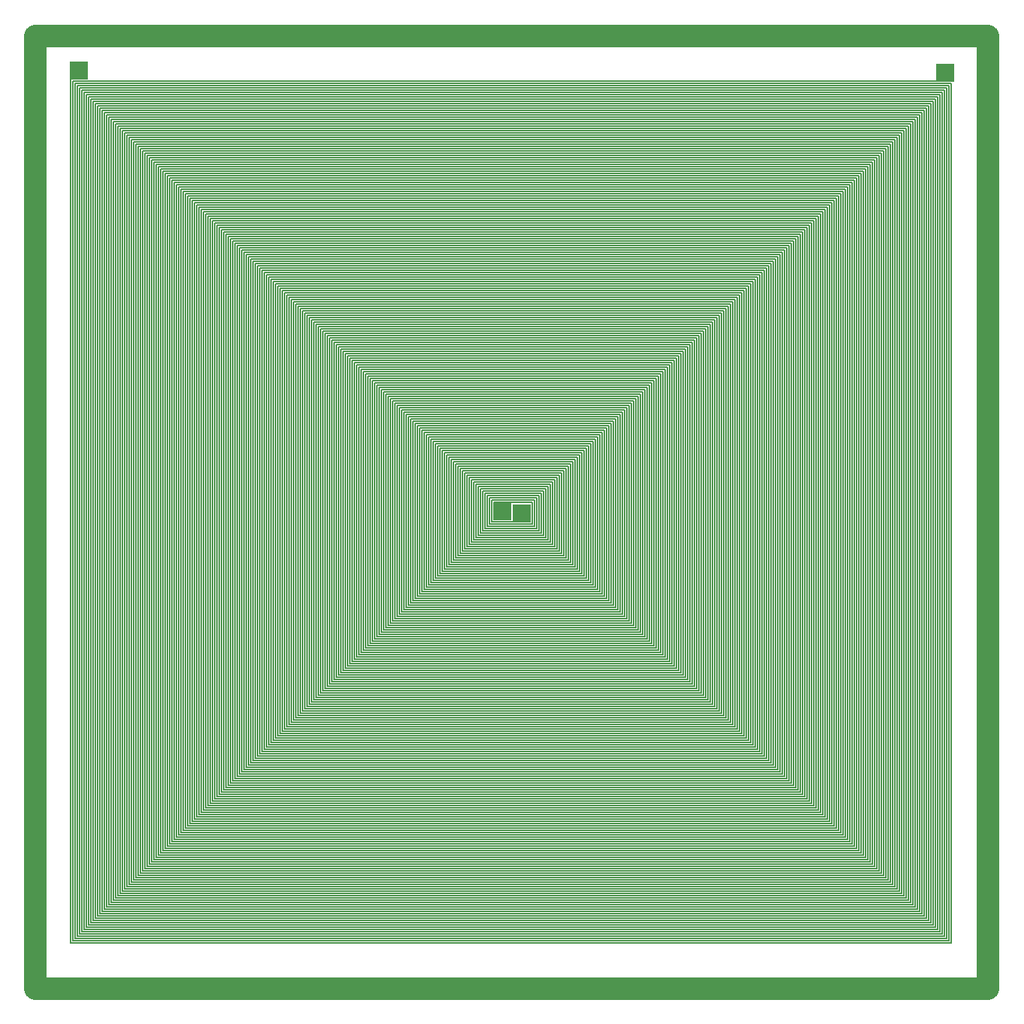
<source format=gbr>
G04 start of page 2 for group 0 idx 0 *
G04 Title: (unknown), component *
G04 Creator: pcb 1.99y *
G04 CreationDate: Mon Mar  9 18:38:29 2009 UTC *
G04 For: dj *
G04 Format: Gerber/RS-274X *
G04 PCB-Dimensions: 433000 433000 *
G04 PCB-Coordinate-Origin: lower left *
%MOIN*%
%FSLAX25Y25*%
%LNFRONT*%
%ADD11C,0.0050*%
%ADD12C,0.1000*%
%ADD13C,0.0200*%
%ADD14C,0.0300*%
G54D11*X205500Y210250D02*Y223750D01*
X204500Y209250D02*Y224750D01*
X203500Y208250D02*Y225750D01*
X202500Y207250D02*Y226750D01*
X201500Y206250D02*Y227750D01*
X200500Y205250D02*Y228750D01*
X199500Y204250D02*Y229750D01*
X198500Y203250D02*Y230750D01*
X197500Y202250D02*Y231750D01*
X196500Y201250D02*Y232750D01*
X195500Y200250D02*Y233750D01*
X194500Y199250D02*Y234750D01*
X193500Y198250D02*Y235750D01*
X192500Y197250D02*Y236750D01*
X191500Y196250D02*Y237750D01*
X190500Y195250D02*Y238750D01*
X189500Y194250D02*Y239750D01*
X188500Y193250D02*Y240750D01*
X187500Y192250D02*Y241750D01*
X186500Y191250D02*Y242750D01*
X185500Y190250D02*Y243750D01*
X206500Y222750D02*X227500D01*
X205500Y223750D02*X228500D01*
X204500Y224750D02*X229500D01*
X203500Y225750D02*X230500D01*
X202500Y226750D02*X231500D01*
X201500Y227750D02*X232500D01*
X200500Y228750D02*X233500D01*
X199500Y229750D02*X234500D01*
X198500Y230750D02*X235500D01*
X197500Y231750D02*X236500D01*
X196500Y232750D02*X237500D01*
X195500Y233750D02*X238500D01*
X194500Y234750D02*X239500D01*
X193500Y235750D02*X240500D01*
X192500Y236750D02*X241500D01*
X191500Y237750D02*X242500D01*
X190500Y238750D02*X243500D01*
X189500Y239750D02*X244500D01*
X188500Y240750D02*X245500D01*
X187500Y241750D02*X246500D01*
X186500Y242750D02*X247500D01*
X185500Y243750D02*X248500D01*
X184500Y244750D02*X249500D01*
X183500Y245750D02*X250500D01*
X182500Y246750D02*X251500D01*
X181500Y247750D02*X252500D01*
X180500Y248750D02*X253500D01*
X120500Y308750D02*X313500D01*
X119500Y309750D02*X314500D01*
X118500Y310750D02*X315500D01*
X117500Y311750D02*X316500D01*
X116500Y312750D02*X317500D01*
X115500Y313750D02*X318500D01*
X114500Y314750D02*X319500D01*
X113500Y315750D02*X320500D01*
X112500Y316750D02*X321500D01*
X111500Y317750D02*X322500D01*
X110500Y318750D02*X323500D01*
X109500Y319750D02*X324500D01*
X108500Y320750D02*X325500D01*
X107500Y321750D02*X326500D01*
X106500Y322750D02*X327500D01*
X105500Y323750D02*X328500D01*
X104500Y324750D02*X329500D01*
X103500Y325750D02*X330500D01*
X102500Y326750D02*X331500D01*
X101500Y327750D02*X332500D01*
X100500Y328750D02*X333500D01*
X99500Y329750D02*X334500D01*
X98500Y330750D02*X335500D01*
X97500Y331750D02*X336500D01*
X96500Y332750D02*X337500D01*
X95500Y333750D02*X338500D01*
X94500Y334750D02*X339500D01*
X93500Y335750D02*X340500D01*
X92500Y336750D02*X341500D01*
X91500Y337750D02*X342500D01*
X90500Y338750D02*X343500D01*
X89500Y339750D02*X344500D01*
X88500Y340750D02*X345500D01*
X87500Y341750D02*X346500D01*
X86500Y342750D02*X347500D01*
X85500Y343750D02*X348500D01*
X84500Y344750D02*X349500D01*
X83500Y345750D02*X350500D01*
X82500Y346750D02*X351500D01*
X81500Y347750D02*X352500D01*
X80500Y348750D02*X353500D01*
X79500Y349750D02*X354500D01*
X78500Y350750D02*X355500D01*
X77500Y351750D02*X356500D01*
X76500Y352750D02*X357500D01*
X75500Y353750D02*X358500D01*
X74500Y354750D02*X359500D01*
X73500Y355750D02*X360500D01*
X72500Y356750D02*X361500D01*
X71500Y357750D02*X362500D01*
X70500Y358750D02*X363500D01*
X69500Y359750D02*X364500D01*
X68500Y360750D02*X365500D01*
X67500Y361750D02*X366500D01*
X66500Y362750D02*X367500D01*
X65500Y363750D02*X368500D01*
X64500Y364750D02*X369500D01*
X63500Y365750D02*X370500D01*
X62500Y366750D02*X371500D01*
X61500Y367750D02*X372500D01*
X60500Y368750D02*X373500D01*
X59500Y369750D02*X374500D01*
X58500Y370750D02*X375500D01*
X57500Y371750D02*X376500D01*
X56500Y372750D02*X377500D01*
X55500Y373750D02*X378500D01*
X54500Y374750D02*X379500D01*
X53500Y375750D02*X380500D01*
X52500Y376750D02*X381500D01*
X51500Y377750D02*X382500D01*
X50500Y378750D02*X383500D01*
X49500Y379750D02*X384500D01*
X48500Y380750D02*X385500D01*
X47500Y381750D02*X386500D01*
X46500Y382750D02*X387500D01*
X45500Y383750D02*X388500D01*
X44500Y384750D02*X389500D01*
X43500Y385750D02*X390500D01*
X42500Y386750D02*X391500D01*
X41500Y387750D02*X392500D01*
X40500Y388750D02*X393500D01*
X39500Y389750D02*X394500D01*
X38500Y390750D02*X395500D01*
X37500Y391750D02*X396500D01*
X36500Y392750D02*X397500D01*
X35500Y393750D02*X398500D01*
X34500Y394750D02*X399500D01*
X33500Y395750D02*X400500D01*
X32500Y396750D02*X401500D01*
X31500Y397750D02*X402500D01*
X30500Y398750D02*X403500D01*
X29500Y399750D02*X404500D01*
X28500Y400750D02*X405500D01*
X27500Y401750D02*X406500D01*
X26500Y402750D02*X407500D01*
X25500Y403750D02*X408500D01*
X24500Y404750D02*X409500D01*
X23500Y405750D02*X410500D01*
X22500Y406750D02*X411500D01*
X21500Y407750D02*X412500D01*
G54D12*X5000Y428000D02*X428000D01*
G54D11*X205500Y210250D02*X226500D01*
X204500Y209250D02*X227500D01*
X203500Y208250D02*X228500D01*
X226500Y210250D02*Y221750D01*
X227500Y209250D02*Y222750D01*
X228500Y208250D02*Y223750D01*
X229500Y207250D02*Y224750D01*
X230500Y206250D02*Y225750D01*
X231500Y205250D02*Y226750D01*
X202500Y207250D02*X229500D01*
X201500Y206250D02*X230500D01*
X200500Y205250D02*X231500D01*
X199500Y204250D02*X232500D01*
X207500Y212250D02*Y221750D01*
X208500Y220750D02*X225500D01*
X206500Y211250D02*Y222750D01*
X207500Y221750D02*X226500D01*
X207500Y212250D02*X224500D01*
Y219750D01*
X206500Y211250D02*X225500D01*
Y220750D01*
X232500Y204250D02*Y227750D01*
X198500Y203250D02*X233500D01*
X250500Y186250D02*Y245750D01*
X251500Y185250D02*Y246750D01*
X252500Y184250D02*Y247750D01*
X253500Y183250D02*Y248750D01*
X254500Y182250D02*Y249750D01*
X255500Y181250D02*Y250750D01*
X256500Y180250D02*Y251750D01*
X257500Y179250D02*Y252750D01*
X258500Y178250D02*Y253750D01*
X259500Y177250D02*Y254750D01*
X260500Y176250D02*Y255750D01*
X261500Y175250D02*Y256750D01*
X262500Y174250D02*Y257750D01*
X263500Y173250D02*Y258750D01*
X264500Y172250D02*Y259750D01*
X265500Y171250D02*Y260750D01*
X266500Y170250D02*Y261750D01*
X267500Y169250D02*Y262750D01*
X268500Y168250D02*Y263750D01*
X269500Y167250D02*Y264750D01*
X270500Y166250D02*Y265750D01*
X271500Y165250D02*Y266750D01*
X272500Y164250D02*Y267750D01*
X273500Y163250D02*Y268750D01*
X274500Y162250D02*Y269750D01*
X275500Y161250D02*Y270750D01*
X276500Y160250D02*Y271750D01*
X277500Y159250D02*Y272750D01*
X278500Y158250D02*Y273750D01*
X279500Y157250D02*Y274750D01*
X280500Y156250D02*Y275750D01*
X281500Y155250D02*Y276750D01*
X282500Y154250D02*Y277750D01*
X283500Y153250D02*Y278750D01*
X284500Y152250D02*Y279750D01*
X285500Y151250D02*Y280750D01*
X286500Y150250D02*Y281750D01*
X287500Y149250D02*Y282750D01*
X233500Y203250D02*Y228750D01*
X234500Y202250D02*Y229750D01*
X235500Y201250D02*Y230750D01*
X236500Y200250D02*Y231750D01*
X237500Y199250D02*Y232750D01*
X238500Y198250D02*Y233750D01*
X239500Y197250D02*Y234750D01*
X240500Y196250D02*Y235750D01*
X241500Y195250D02*Y236750D01*
X242500Y194250D02*Y237750D01*
X243500Y193250D02*Y238750D01*
X244500Y192250D02*Y239750D01*
X245500Y191250D02*Y240750D01*
X246500Y190250D02*Y241750D01*
X247500Y189250D02*Y242750D01*
X248500Y188250D02*Y243750D01*
X249500Y187250D02*Y244750D01*
X197500Y202250D02*X234500D01*
X196500Y201250D02*X235500D01*
X195500Y200250D02*X236500D01*
X194500Y199250D02*X237500D01*
X193500Y198250D02*X238500D01*
X192500Y197250D02*X239500D01*
X191500Y196250D02*X240500D01*
X190500Y195250D02*X241500D01*
X189500Y194250D02*X242500D01*
X188500Y193250D02*X243500D01*
X187500Y192250D02*X244500D01*
X186500Y191250D02*X245500D01*
X185500Y190250D02*X246500D01*
X184500Y189250D02*X247500D01*
X183500Y188250D02*X248500D01*
X182500Y187250D02*X249500D01*
X181500Y186250D02*X250500D01*
X180500Y185250D02*X251500D01*
X179500Y184250D02*X252500D01*
X178500Y183250D02*X253500D01*
X177500Y182250D02*X254500D01*
X176500Y181250D02*X255500D01*
X175500Y180250D02*X256500D01*
X174500Y179250D02*X257500D01*
X173500Y178250D02*X258500D01*
X172500Y177250D02*X259500D01*
X171500Y176250D02*X260500D01*
X170500Y175250D02*X261500D01*
X169500Y174250D02*X262500D01*
X168500Y173250D02*X263500D01*
X167500Y172250D02*X264500D01*
X166500Y171250D02*X265500D01*
X165500Y170250D02*X266500D01*
X164500Y169250D02*X267500D01*
X163500Y168250D02*X268500D01*
X162500Y167250D02*X269500D01*
X161500Y166250D02*X270500D01*
X160500Y165250D02*X271500D01*
X159500Y164250D02*X272500D01*
X158500Y163250D02*X273500D01*
X157500Y162250D02*X274500D01*
X156500Y161250D02*X275500D01*
X155500Y160250D02*X276500D01*
X154500Y159250D02*X277500D01*
X153500Y158250D02*X278500D01*
X152500Y157250D02*X279500D01*
X151500Y156250D02*X280500D01*
X150500Y155250D02*X281500D01*
X149500Y154250D02*X282500D01*
X148500Y153250D02*X283500D01*
X147500Y152250D02*X284500D01*
X146500Y151250D02*X285500D01*
X145500Y150250D02*X286500D01*
X144500Y149250D02*X287500D01*
X143500Y148250D02*X288500D01*
X179500Y249750D02*X254500D01*
X178500Y250750D02*X255500D01*
X177500Y251750D02*X256500D01*
X176500Y252750D02*X257500D01*
X175500Y253750D02*X258500D01*
X174500Y254750D02*X259500D01*
X173500Y255750D02*X260500D01*
X172500Y256750D02*X261500D01*
X171500Y257750D02*X262500D01*
X170500Y258750D02*X263500D01*
X169500Y259750D02*X264500D01*
X168500Y260750D02*X265500D01*
X167500Y261750D02*X266500D01*
X166500Y262750D02*X267500D01*
X165500Y263750D02*X268500D01*
X164500Y264750D02*X269500D01*
X163500Y265750D02*X270500D01*
X162500Y266750D02*X271500D01*
X161500Y267750D02*X272500D01*
X160500Y268750D02*X273500D01*
X159500Y269750D02*X274500D01*
X158500Y270750D02*X275500D01*
X157500Y271750D02*X276500D01*
X156500Y272750D02*X277500D01*
X155500Y273750D02*X278500D01*
X154500Y274750D02*X279500D01*
X153500Y275750D02*X280500D01*
X152500Y276750D02*X281500D01*
X151500Y277750D02*X282500D01*
X150500Y278750D02*X283500D01*
X149500Y279750D02*X284500D01*
X148500Y280750D02*X285500D01*
X147500Y281750D02*X286500D01*
X146500Y282750D02*X287500D01*
X145500Y283750D02*X288500D01*
X144500Y284750D02*X289500D01*
X143500Y285750D02*X290500D01*
X142500Y286750D02*X291500D01*
X141500Y287750D02*X292500D01*
X140500Y288750D02*X293500D01*
X139500Y289750D02*X294500D01*
X138500Y290750D02*X295500D01*
X137500Y291750D02*X296500D01*
X136500Y292750D02*X297500D01*
X135500Y293750D02*X298500D01*
X134500Y294750D02*X299500D01*
X133500Y295750D02*X300500D01*
X132500Y296750D02*X301500D01*
X131500Y297750D02*X302500D01*
X130500Y298750D02*X303500D01*
X129500Y299750D02*X304500D01*
X128500Y300750D02*X305500D01*
X127500Y301750D02*X306500D01*
X126500Y302750D02*X307500D01*
X125500Y303750D02*X308500D01*
X124500Y304750D02*X309500D01*
X123500Y305750D02*X310500D01*
X122500Y306750D02*X311500D01*
X121500Y307750D02*X312500D01*
X184500Y189250D02*Y244750D01*
X183500Y188250D02*Y245750D01*
X182500Y187250D02*Y246750D01*
X181500Y186250D02*Y247750D01*
X180500Y185250D02*Y248750D01*
X179500Y184250D02*Y249750D01*
X178500Y183250D02*Y250750D01*
X177500Y182250D02*Y251750D01*
X176500Y181250D02*Y252750D01*
X175500Y180250D02*Y253750D01*
X174500Y179250D02*Y254750D01*
X173500Y178250D02*Y255750D01*
X172500Y177250D02*Y256750D01*
X171500Y176250D02*Y257750D01*
X170500Y175250D02*Y258750D01*
X169500Y174250D02*Y259750D01*
X168500Y173250D02*Y260750D01*
X167500Y172250D02*Y261750D01*
X166500Y171250D02*Y262750D01*
X165500Y170250D02*Y263750D01*
X164500Y169250D02*Y264750D01*
X163500Y168250D02*Y265750D01*
X162500Y167250D02*Y266750D01*
X161500Y166250D02*Y267750D01*
X160500Y165250D02*Y268750D01*
X159500Y164250D02*Y269750D01*
X158500Y163250D02*Y270750D01*
X157500Y162250D02*Y271750D01*
X156500Y161250D02*Y272750D01*
X155500Y160250D02*Y273750D01*
X154500Y159250D02*Y274750D01*
X153500Y158250D02*Y275750D01*
X152500Y157250D02*Y276750D01*
X151500Y156250D02*Y277750D01*
X150500Y155250D02*Y278750D01*
X149500Y154250D02*Y279750D01*
X148500Y153250D02*Y280750D01*
X147500Y152250D02*Y281750D01*
X146500Y151250D02*Y282750D01*
X145500Y150250D02*Y283750D01*
X144500Y149250D02*Y284750D01*
X143500Y148250D02*Y285750D01*
X142500Y147250D02*Y286750D01*
X141500Y146250D02*Y287750D01*
X140500Y145250D02*Y288750D01*
X139500Y144250D02*Y289750D01*
X138500Y143250D02*Y290750D01*
X137500Y142250D02*Y291750D01*
X136500Y141250D02*Y292750D01*
X135500Y140250D02*Y293750D01*
X134500Y139250D02*Y294750D01*
X133500Y138250D02*Y295750D01*
X132500Y137250D02*Y296750D01*
X131500Y136250D02*Y297750D01*
X130500Y135250D02*Y298750D01*
X129500Y134250D02*Y299750D01*
X128500Y133250D02*Y300750D01*
X127500Y132250D02*Y301750D01*
X126500Y131250D02*Y302750D01*
X125500Y130250D02*Y303750D01*
X124500Y129250D02*Y304750D01*
X123500Y128250D02*Y305750D01*
X122500Y127250D02*Y306750D01*
X121500Y126250D02*Y307750D01*
X120500Y125250D02*Y308750D01*
X119500Y124250D02*Y309750D01*
X118500Y123250D02*Y310750D01*
X117500Y122250D02*Y311750D01*
X116500Y121250D02*Y312750D01*
X115500Y120250D02*Y313750D01*
X114500Y119250D02*Y314750D01*
X113500Y118250D02*Y315750D01*
X112500Y117250D02*Y316750D01*
X111500Y116250D02*Y317750D01*
X110500Y115250D02*Y318750D01*
X109500Y114250D02*Y319750D01*
X108500Y113250D02*Y320750D01*
X107500Y112250D02*Y321750D01*
X106500Y111250D02*Y322750D01*
X105500Y110250D02*Y323750D01*
X104500Y109250D02*Y324750D01*
X103500Y108250D02*Y325750D01*
X102500Y107250D02*Y326750D01*
X101500Y106250D02*Y327750D01*
X100500Y105250D02*Y328750D01*
X99500Y104250D02*Y329750D01*
X98500Y103250D02*Y330750D01*
X97500Y102250D02*Y331750D01*
X96500Y101250D02*Y332750D01*
X95500Y100250D02*Y333750D01*
X94500Y99250D02*Y334750D01*
X93500Y98250D02*Y335750D01*
X92500Y97250D02*Y336750D01*
X91500Y96250D02*Y337750D01*
X90500Y95250D02*Y338750D01*
X89500Y94250D02*Y339750D01*
X88500Y93250D02*Y340750D01*
X87500Y92250D02*Y341750D01*
X86500Y91250D02*Y342750D01*
X85500Y90250D02*Y343750D01*
X84500Y89250D02*Y344750D01*
X83500Y88250D02*Y345750D01*
X82500Y87250D02*Y346750D01*
X81500Y86250D02*Y347750D01*
X80500Y85250D02*Y348750D01*
X79500Y84250D02*Y349750D01*
X78500Y83250D02*Y350750D01*
X77500Y82250D02*Y351750D01*
X76500Y81250D02*Y352750D01*
X75500Y80250D02*Y353750D01*
X74500Y79250D02*Y354750D01*
X73500Y78250D02*Y355750D01*
X72500Y77250D02*Y356750D01*
X71500Y76250D02*Y357750D01*
X70500Y75250D02*Y358750D01*
X69500Y74250D02*Y359750D01*
X68500Y73250D02*Y360750D01*
X67500Y72250D02*Y361750D01*
X66500Y71250D02*Y362750D01*
X65500Y70250D02*Y363750D01*
X64500Y69250D02*Y364750D01*
X63500Y68250D02*Y365750D01*
X62500Y67250D02*Y366750D01*
X61500Y66250D02*Y367750D01*
X60500Y65250D02*Y368750D01*
X59500Y64250D02*Y369750D01*
X58500Y63250D02*Y370750D01*
X57500Y62250D02*Y371750D01*
X56500Y61250D02*Y372750D01*
X55500Y60250D02*Y373750D01*
X54500Y59250D02*Y374750D01*
X53500Y58250D02*Y375750D01*
X52500Y57250D02*Y376750D01*
X51500Y56250D02*Y377750D01*
X50500Y55250D02*Y378750D01*
X49500Y54250D02*Y379750D01*
X48500Y53250D02*Y380750D01*
X47500Y52250D02*Y381750D01*
X46500Y51250D02*Y382750D01*
X45500Y50250D02*Y383750D01*
X44500Y49250D02*Y384750D01*
X43500Y48250D02*Y385750D01*
X42500Y47250D02*Y386750D01*
X41500Y46250D02*Y387750D01*
X40500Y45250D02*Y388750D01*
X39500Y44250D02*Y389750D01*
X38500Y43250D02*Y390750D01*
X37500Y42250D02*Y391750D01*
X36500Y41250D02*Y392750D01*
X35500Y40250D02*Y393750D01*
X34500Y39250D02*Y394750D01*
X33500Y38250D02*Y395750D01*
X32500Y37250D02*Y396750D01*
X31500Y36250D02*Y397750D01*
X30500Y35250D02*Y398750D01*
X29500Y34250D02*Y399750D01*
X28500Y33250D02*Y400750D01*
X27500Y32250D02*Y401750D01*
X26500Y31250D02*Y402750D01*
X25500Y30250D02*Y403750D01*
X24500Y29250D02*Y404750D01*
X23500Y28250D02*Y405750D01*
X22500Y27250D02*Y406750D01*
X21500Y26250D02*Y407750D01*
X20500Y25250D02*Y408750D01*
G54D12*X5000Y5000D02*Y428000D01*
G54D11*X142500Y147250D02*X289500D01*
X141500Y146250D02*X290500D01*
X140500Y145250D02*X291500D01*
X139500Y144250D02*X292500D01*
X138500Y143250D02*X293500D01*
X137500Y142250D02*X294500D01*
X136500Y141250D02*X295500D01*
X135500Y140250D02*X296500D01*
X134500Y139250D02*X297500D01*
X133500Y138250D02*X298500D01*
X132500Y137250D02*X299500D01*
X131500Y136250D02*X300500D01*
X130500Y135250D02*X301500D01*
X129500Y134250D02*X302500D01*
X128500Y133250D02*X303500D01*
X127500Y132250D02*X304500D01*
X126500Y131250D02*X305500D01*
X125500Y130250D02*X306500D01*
X124500Y129250D02*X307500D01*
X123500Y128250D02*X308500D01*
X122500Y127250D02*X309500D01*
X121500Y126250D02*X310500D01*
X120500Y125250D02*X311500D01*
X119500Y124250D02*X312500D01*
X118500Y123250D02*X313500D01*
X117500Y122250D02*X314500D01*
X116500Y121250D02*X315500D01*
X115500Y120250D02*X316500D01*
X114500Y119250D02*X317500D01*
X113500Y118250D02*X318500D01*
X112500Y117250D02*X319500D01*
X111500Y116250D02*X320500D01*
X110500Y115250D02*X321500D01*
X109500Y114250D02*X322500D01*
X108500Y113250D02*X323500D01*
X107500Y112250D02*X324500D01*
X106500Y111250D02*X325500D01*
X105500Y110250D02*X326500D01*
X104500Y109250D02*X327500D01*
X103500Y108250D02*X328500D01*
X102500Y107250D02*X329500D01*
X101500Y106250D02*X330500D01*
X100500Y105250D02*X331500D01*
X99500Y104250D02*X332500D01*
X98500Y103250D02*X333500D01*
X97500Y102250D02*X334500D01*
X96500Y101250D02*X335500D01*
X95500Y100250D02*X336500D01*
X94500Y99250D02*X337500D01*
X93500Y98250D02*X338500D01*
X92500Y97250D02*X339500D01*
X91500Y96250D02*X340500D01*
X90500Y95250D02*X341500D01*
X89500Y94250D02*X342500D01*
X88500Y93250D02*X343500D01*
X87500Y92250D02*X344500D01*
X86500Y91250D02*X345500D01*
X85500Y90250D02*X346500D01*
X84500Y89250D02*X347500D01*
X83500Y88250D02*X348500D01*
X82500Y87250D02*X349500D01*
X81500Y86250D02*X350500D01*
X80500Y85250D02*X351500D01*
X79500Y84250D02*X352500D01*
X78500Y83250D02*X353500D01*
X77500Y82250D02*X354500D01*
X76500Y81250D02*X355500D01*
X75500Y80250D02*X356500D01*
X74500Y79250D02*X357500D01*
X73500Y78250D02*X358500D01*
X72500Y77250D02*X359500D01*
X71500Y76250D02*X360500D01*
X70500Y75250D02*X361500D01*
X69500Y74250D02*X362500D01*
X68500Y73250D02*X363500D01*
X67500Y72250D02*X364500D01*
X66500Y71250D02*X365500D01*
X65500Y70250D02*X366500D01*
X64500Y69250D02*X367500D01*
X63500Y68250D02*X368500D01*
X62500Y67250D02*X369500D01*
X61500Y66250D02*X370500D01*
X60500Y65250D02*X371500D01*
X59500Y64250D02*X372500D01*
X58500Y63250D02*X373500D01*
X57500Y62250D02*X374500D01*
X56500Y61250D02*X375500D01*
X55500Y60250D02*X376500D01*
X54500Y59250D02*X377500D01*
X53500Y58250D02*X378500D01*
X52500Y57250D02*X379500D01*
X51500Y56250D02*X380500D01*
X50500Y55250D02*X381500D01*
X49500Y54250D02*X382500D01*
X48500Y53250D02*X383500D01*
X47500Y52250D02*X384500D01*
X46500Y51250D02*X385500D01*
X45500Y50250D02*X386500D01*
X44500Y49250D02*X387500D01*
X43500Y48250D02*X388500D01*
X42500Y47250D02*X389500D01*
X41500Y46250D02*X390500D01*
X40500Y45250D02*X391500D01*
X39500Y44250D02*X392500D01*
X38500Y43250D02*X393500D01*
X37500Y42250D02*X394500D01*
X36500Y41250D02*X395500D01*
X35500Y40250D02*X396500D01*
X34500Y39250D02*X397500D01*
X33500Y38250D02*X398500D01*
X32500Y37250D02*X399500D01*
X31500Y36250D02*X400500D01*
X30500Y35250D02*X401500D01*
X29500Y34250D02*X402500D01*
X28500Y33250D02*X403500D01*
X27500Y32250D02*X404500D01*
X26500Y31250D02*X405500D01*
X25500Y30250D02*X406500D01*
X24500Y29250D02*X407500D01*
X23500Y28250D02*X408500D01*
X22500Y27250D02*X409500D01*
X21500Y26250D02*X410500D01*
X20500Y25250D02*X411500D01*
G54D12*X5000Y5000D02*X428000D01*
G54D11*X288500Y148250D02*Y283750D01*
X289500Y147250D02*Y284750D01*
X290500Y146250D02*Y285750D01*
X291500Y145250D02*Y286750D01*
X292500Y144250D02*Y287750D01*
X293500Y143250D02*Y288750D01*
X294500Y142250D02*Y289750D01*
X295500Y141250D02*Y290750D01*
X296500Y140250D02*Y291750D01*
X297500Y139250D02*Y292750D01*
X298500Y138250D02*Y293750D01*
X299500Y137250D02*Y294750D01*
X300500Y136250D02*Y295750D01*
X301500Y135250D02*Y296750D01*
X302500Y134250D02*Y297750D01*
X303500Y133250D02*Y298750D01*
X304500Y132250D02*Y299750D01*
X305500Y131250D02*Y300750D01*
X306500Y130250D02*Y301750D01*
X307500Y129250D02*Y302750D01*
X308500Y128250D02*Y303750D01*
X309500Y127250D02*Y304750D01*
X310500Y126250D02*Y305750D01*
X311500Y125250D02*Y306750D01*
X312500Y124250D02*Y307750D01*
X313500Y123250D02*Y308750D01*
X314500Y122250D02*Y309750D01*
X315500Y121250D02*Y310750D01*
X316500Y120250D02*Y311750D01*
X317500Y119250D02*Y312750D01*
X318500Y118250D02*Y313750D01*
X319500Y117250D02*Y314750D01*
X320500Y116250D02*Y315750D01*
X321500Y115250D02*Y316750D01*
X322500Y114250D02*Y317750D01*
X323500Y113250D02*Y318750D01*
X324500Y112250D02*Y319750D01*
X325500Y111250D02*Y320750D01*
X326500Y110250D02*Y321750D01*
X327500Y109250D02*Y322750D01*
X328500Y108250D02*Y323750D01*
X329500Y107250D02*Y324750D01*
X330500Y106250D02*Y325750D01*
X331500Y105250D02*Y326750D01*
X332500Y104250D02*Y327750D01*
X333500Y103250D02*Y328750D01*
X334500Y102250D02*Y329750D01*
X335500Y101250D02*Y330750D01*
X336500Y100250D02*Y331750D01*
X337500Y99250D02*Y332750D01*
X338500Y98250D02*Y333750D01*
X339500Y97250D02*Y334750D01*
X340500Y96250D02*Y335750D01*
X341500Y95250D02*Y336750D01*
X342500Y94250D02*Y337750D01*
X343500Y93250D02*Y338750D01*
X344500Y92250D02*Y339750D01*
X345500Y91250D02*Y340750D01*
X346500Y90250D02*Y341750D01*
X347500Y89250D02*Y342750D01*
X348500Y88250D02*Y343750D01*
X349500Y87250D02*Y344750D01*
X350500Y86250D02*Y345750D01*
X351500Y85250D02*Y346750D01*
X352500Y84250D02*Y347750D01*
X353500Y83250D02*Y348750D01*
X354500Y82250D02*Y349750D01*
X355500Y81250D02*Y350750D01*
X356500Y80250D02*Y351750D01*
X357500Y79250D02*Y352750D01*
X358500Y78250D02*Y353750D01*
X359500Y77250D02*Y354750D01*
X360500Y76250D02*Y355750D01*
X361500Y75250D02*Y356750D01*
X362500Y74250D02*Y357750D01*
X363500Y73250D02*Y358750D01*
X364500Y72250D02*Y359750D01*
X365500Y71250D02*Y360750D01*
X366500Y70250D02*Y361750D01*
X367500Y69250D02*Y362750D01*
X368500Y68250D02*Y363750D01*
X369500Y67250D02*Y364750D01*
X370500Y66250D02*Y365750D01*
X371500Y65250D02*Y366750D01*
X372500Y64250D02*Y367750D01*
X373500Y63250D02*Y368750D01*
X374500Y62250D02*Y369750D01*
X375500Y61250D02*Y370750D01*
X376500Y60250D02*Y371750D01*
X377500Y59250D02*Y372750D01*
X378500Y58250D02*Y373750D01*
X379500Y57250D02*Y374750D01*
X380500Y56250D02*Y375750D01*
X381500Y55250D02*Y376750D01*
X382500Y54250D02*Y377750D01*
X383500Y53250D02*Y378750D01*
X384500Y52250D02*Y379750D01*
X385500Y51250D02*Y380750D01*
X386500Y50250D02*Y381750D01*
X387500Y49250D02*Y382750D01*
X388500Y48250D02*Y383750D01*
X389500Y47250D02*Y384750D01*
X390500Y46250D02*Y385750D01*
X391500Y45250D02*Y386750D01*
X392500Y44250D02*Y387750D01*
X393500Y43250D02*Y388750D01*
X394500Y42250D02*Y389750D01*
X395500Y41250D02*Y390750D01*
X396500Y40250D02*Y391750D01*
X397500Y39250D02*Y392750D01*
X398500Y38250D02*Y393750D01*
X399500Y37250D02*Y394750D01*
X400500Y36250D02*Y395750D01*
X401500Y35250D02*Y396750D01*
X402500Y34250D02*Y397750D01*
X403500Y33250D02*Y398750D01*
X404500Y32250D02*Y399750D01*
X405500Y31250D02*Y400750D01*
X406500Y30250D02*Y401750D01*
X407500Y29250D02*Y402750D01*
X408500Y28250D02*Y403750D01*
X409500Y27250D02*Y404750D01*
X410500Y26250D02*Y405750D01*
X411500Y25250D02*Y406750D01*
G54D12*X428000Y5000D02*Y428000D01*
G54D13*G36*
X208250Y221000D02*Y213000D01*
X216250D01*
Y221000D01*
X208250D01*
G37*
G36*
X216750Y220000D02*Y212000D01*
X224750D01*
Y220000D01*
X216750D01*
G37*
G36*
X20250Y416500D02*Y408500D01*
X28250D01*
Y416500D01*
X20250D01*
G37*
G36*
X404750Y415500D02*Y407500D01*
X412750D01*
Y415500D01*
X404750D01*
G37*
G54D14*M02*

</source>
